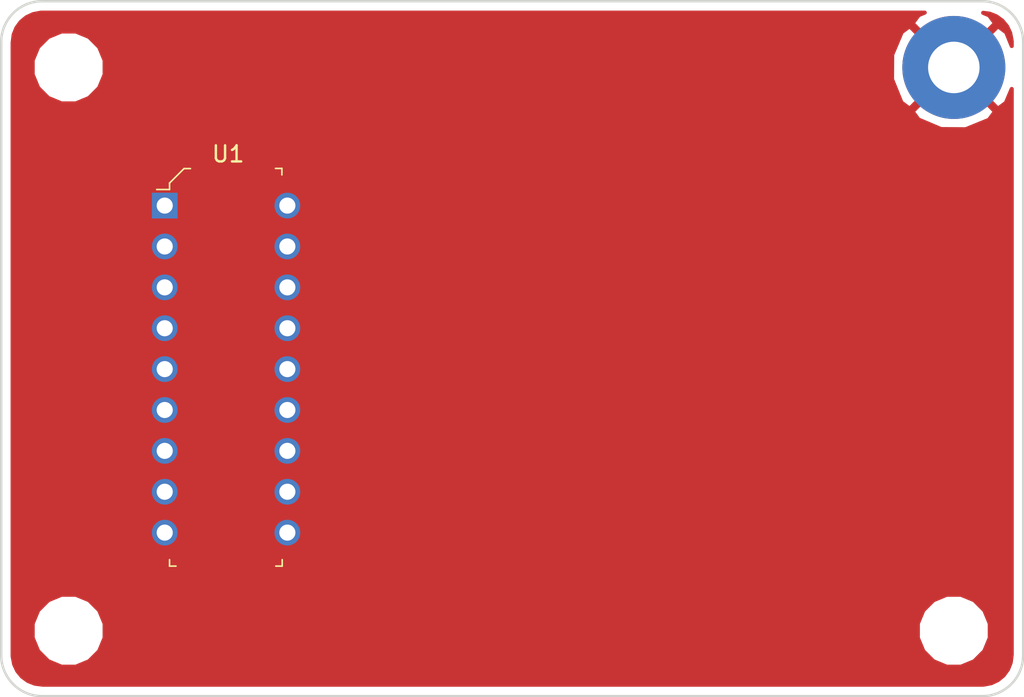
<source format=kicad_pcb>
(kicad_pcb (version 20171130) (host pcbnew "(5.0.2)-1")

  (general
    (thickness 1.6)
    (drawings 8)
    (tracks 0)
    (zones 0)
    (modules 5)
    (nets 3)
  )

  (page USLetter)
  (title_block
    (title "Halloween Controller")
    (date 2019-02-09)
    (rev 0.1)
    (company www.MarkFromSales.com)
  )

  (layers
    (0 F.Cu signal)
    (31 B.Cu signal)
    (32 B.Adhes user)
    (33 F.Adhes user)
    (34 B.Paste user)
    (35 F.Paste user)
    (36 B.SilkS user)
    (37 F.SilkS user)
    (38 B.Mask user)
    (39 F.Mask user)
    (40 Dwgs.User user)
    (41 Cmts.User user)
    (42 Eco1.User user)
    (43 Eco2.User user)
    (44 Edge.Cuts user)
    (45 Margin user)
    (46 B.CrtYd user)
    (47 F.CrtYd user)
    (48 B.Fab user hide)
    (49 F.Fab user hide)
  )

  (setup
    (last_trace_width 0.25)
    (user_trace_width 0.5)
    (trace_clearance 0.2)
    (zone_clearance 0.508)
    (zone_45_only no)
    (trace_min 0.2)
    (segment_width 0.2)
    (edge_width 0.15)
    (via_size 0.8)
    (via_drill 0.4)
    (via_min_size 0.4)
    (via_min_drill 0.3)
    (uvia_size 0.3)
    (uvia_drill 0.1)
    (uvias_allowed no)
    (uvia_min_size 0.2)
    (uvia_min_drill 0.1)
    (pcb_text_width 0.3)
    (pcb_text_size 1.5 1.5)
    (mod_edge_width 0.15)
    (mod_text_size 1 1)
    (mod_text_width 0.15)
    (pad_size 1.524 1.524)
    (pad_drill 0.762)
    (pad_to_mask_clearance 0.051)
    (solder_mask_min_width 0.25)
    (aux_axis_origin 0 0)
    (visible_elements 7FFFFFFF)
    (pcbplotparams
      (layerselection 0x010fc_ffffffff)
      (usegerberextensions false)
      (usegerberattributes false)
      (usegerberadvancedattributes false)
      (creategerberjobfile false)
      (excludeedgelayer true)
      (linewidth 0.100000)
      (plotframeref false)
      (viasonmask false)
      (mode 1)
      (useauxorigin false)
      (hpglpennumber 1)
      (hpglpenspeed 20)
      (hpglpendiameter 15.000000)
      (psnegative false)
      (psa4output false)
      (plotreference true)
      (plotvalue false)
      (plotinvisibletext false)
      (padsonsilk false)
      (subtractmaskfromsilk false)
      (outputformat 1)
      (mirror false)
      (drillshape 0)
      (scaleselection 1)
      (outputdirectory "Gerbers/"))
  )

  (net 0 "")
  (net 1 +5V)
  (net 2 GND)

  (net_class Default "This is the default net class."
    (clearance 0.2)
    (trace_width 0.25)
    (via_dia 0.8)
    (via_drill 0.4)
    (uvia_dia 0.3)
    (uvia_drill 0.1)
    (add_net GND)
  )

  (module MountingHole:MountingHole_3.2mm_M3 (layer F.Cu) (tedit 5C5F69CB) (tstamp 5C6C35E9)
    (at 105.791 62.536)
    (descr "Mounting Hole 3.2mm, no annular, M3")
    (tags "mounting hole 3.2mm no annular m3")
    (path /5C6A62FB)
    (attr virtual)
    (fp_text reference H3 (at -0.127 -0.052) (layer F.SilkS) hide
      (effects (font (size 1 1) (thickness 0.15)))
    )
    (fp_text value MountingHole (at 0 4.2) (layer F.Fab) hide
      (effects (font (size 1 1) (thickness 0.15)))
    )
    (fp_text user %R (at 0.3 0) (layer F.Fab)
      (effects (font (size 1 1) (thickness 0.15)))
    )
    (fp_circle (center 0 0) (end 3.2 0) (layer Cmts.User) (width 0.15))
    (fp_circle (center 0 0) (end 3.45 0) (layer F.CrtYd) (width 0.05))
    (pad 1 np_thru_hole circle (at 0 0) (size 3.2 3.2) (drill 3.2) (layers *.Cu *.Mask))
  )

  (module MountingHole:MountingHole_3.2mm_M3 (layer F.Cu) (tedit 5C5F7F08) (tstamp 5C6C3759)
    (at 105.791 97.536)
    (descr "Mounting Hole 3.2mm, no annular, M3")
    (tags "mounting hole 3.2mm no annular m3")
    (path /5C6A60B5)
    (attr virtual)
    (fp_text reference H1 (at -0.127 0) (layer F.SilkS) hide
      (effects (font (size 1 1) (thickness 0.15)))
    )
    (fp_text value MountingHole (at 0 4.2 180) (layer F.Fab) hide
      (effects (font (size 1 1) (thickness 0.15)))
    )
    (fp_circle (center 0 0) (end 3.45 0) (layer F.CrtYd) (width 0.05))
    (fp_circle (center 0 0) (end 3.2 0) (layer Cmts.User) (width 0.15))
    (fp_text user %R (at 0.3 0) (layer F.Fab)
      (effects (font (size 1 1) (thickness 0.15)))
    )
    (pad 1 np_thru_hole circle (at 0 0) (size 3.2 3.2) (drill 3.2) (layers *.Cu *.Mask))
  )

  (module MountingHole:MountingHole_3.2mm_M3 (layer F.Cu) (tedit 5C5F69C3) (tstamp 5C6C35E1)
    (at 160.791 97.536)
    (descr "Mounting Hole 3.2mm, no annular, M3")
    (tags "mounting hole 3.2mm no annular m3")
    (path /5C6A634D)
    (attr virtual)
    (fp_text reference H2 (at 0 0) (layer F.SilkS) hide
      (effects (font (size 1 1) (thickness 0.15)))
    )
    (fp_text value MountingHole (at 0 4.2) (layer F.Fab) hide
      (effects (font (size 1 1) (thickness 0.15)))
    )
    (fp_circle (center 0 0) (end 3.45 0) (layer F.CrtYd) (width 0.05))
    (fp_circle (center 0 0) (end 3.2 0) (layer Cmts.User) (width 0.15))
    (fp_text user %R (at 0.3 0) (layer F.Fab)
      (effects (font (size 1 1) (thickness 0.15)))
    )
    (pad 1 np_thru_hole circle (at 0 0) (size 3.2 3.2) (drill 3.2) (layers *.Cu *.Mask))
  )

  (module MountingHole:MountingHole_3.2mm_M3_Pad (layer F.Cu) (tedit 5C5F6F54) (tstamp 5C78C086)
    (at 160.791 62.536)
    (descr "Mounting Hole 3.2mm, M3")
    (tags "mounting hole 3.2mm m3")
    (path /5C6A63B7)
    (attr virtual)
    (fp_text reference H4 (at -0.009 -0.052) (layer F.SilkS) hide
      (effects (font (size 1 1) (thickness 0.15)))
    )
    (fp_text value MountingHole (at 0 4.2) (layer F.Fab)
      (effects (font (size 1 1) (thickness 0.15)))
    )
    (fp_text user %R (at 0.3 0) (layer F.Fab)
      (effects (font (size 1 1) (thickness 0.15)))
    )
    (fp_circle (center 0 0) (end 3.2 0) (layer Cmts.User) (width 0.15))
    (fp_circle (center 0 0) (end 3.45 0) (layer F.CrtYd) (width 0.05))
    (pad 1 thru_hole circle (at 0 0) (size 6.4 6.4) (drill 3.2) (layers *.Cu *.Mask)
      (net 2 GND))
  )

  (module digikey-footprints:DIP-18_W7.62mm (layer F.Cu) (tedit 596F86A9) (tstamp 5C6C64B5)
    (at 111.76 71.12)
    (descr http://www.ti.com/lit/ds/symlink/tpic6b595.pdf)
    (path /5C605F7E)
    (fp_text reference U1 (at 3.94 -3.2) (layer F.SilkS)
      (effects (font (size 1 1) (thickness 0.15)))
    )
    (fp_text value MCP23008-E_P (at 3.88 24.81) (layer F.Fab)
      (effects (font (size 1 1) (thickness 0.15)))
    )
    (fp_line (start 1.6 -2.3) (end 1.2 -2.3) (layer F.SilkS) (width 0.1))
    (fp_line (start 1.2 -2.3) (end 0.3 -1.4) (layer F.SilkS) (width 0.1))
    (fp_line (start 0.3 -1.4) (end 0.3 -1) (layer F.SilkS) (width 0.1))
    (fp_line (start 0.3 -1) (end -0.5 -1) (layer F.SilkS) (width 0.1))
    (fp_line (start 8.67 -2.35) (end 8.67 -2.25) (layer F.CrtYd) (width 0.05))
    (fp_line (start -1.05 -2.35) (end -1.05 -2.25) (layer F.CrtYd) (width 0.05))
    (fp_line (start -1.05 22.45) (end 8.67 22.45) (layer F.CrtYd) (width 0.05))
    (fp_line (start 6.9 22.4) (end 7.3 22.4) (layer F.SilkS) (width 0.1))
    (fp_line (start 7.3 22.4) (end 7.3 22) (layer F.SilkS) (width 0.1))
    (fp_line (start 0.3 22) (end 0.3 22.4) (layer F.SilkS) (width 0.1))
    (fp_line (start 0.3 22.4) (end 0.7 22.4) (layer F.SilkS) (width 0.1))
    (fp_line (start 0.48 22.2) (end 7.08 22.2) (layer F.Fab) (width 0.1))
    (fp_text user REF** (at 3.84 7.67) (layer F.Fab)
      (effects (font (size 1 1) (thickness 0.1)))
    )
    (fp_line (start -1.05 -2.35) (end 8.67 -2.35) (layer F.CrtYd) (width 0.05))
    (fp_line (start 8.67 22.45) (end 8.67 -2.25) (layer F.CrtYd) (width 0.05))
    (fp_line (start -1.05 -2.25) (end -1.05 22.45) (layer F.CrtYd) (width 0.05))
    (fp_line (start 7.28 -1.91) (end 7.28 -2.31) (layer F.SilkS) (width 0.1))
    (fp_line (start 7.28 -2.31) (end 6.88 -2.31) (layer F.SilkS) (width 0.1))
    (fp_line (start 0.48 -1.2) (end 0.48 22.2) (layer F.Fab) (width 0.1))
    (fp_line (start 1.38 -2.1) (end 7.08 -2.1) (layer F.Fab) (width 0.1))
    (fp_line (start 0.48 -1.2) (end 1.38 -2.1) (layer F.Fab) (width 0.1))
    (fp_line (start 7.08 -2.1) (end 7.08 22.2) (layer F.Fab) (width 0.1))
    (pad 1 thru_hole rect (at 0 0) (size 1.6 1.6) (drill 1) (layers *.Cu *.Mask))
    (pad 2 thru_hole circle (at 0 2.54) (size 1.6 1.6) (drill 1) (layers *.Cu *.Mask))
    (pad 3 thru_hole circle (at 0 5.08) (size 1.6 1.6) (drill 1) (layers *.Cu *.Mask))
    (pad 4 thru_hole circle (at 0 7.62) (size 1.6 1.6) (drill 1) (layers *.Cu *.Mask))
    (pad 5 thru_hole circle (at 0 10.16) (size 1.6 1.6) (drill 1) (layers *.Cu *.Mask))
    (pad 6 thru_hole circle (at 0 12.7) (size 1.6 1.6) (drill 1) (layers *.Cu *.Mask))
    (pad 7 thru_hole circle (at 0 15.24) (size 1.6 1.6) (drill 1) (layers *.Cu *.Mask))
    (pad 12 thru_hole circle (at 7.62 15.24) (size 1.6 1.6) (drill 1) (layers *.Cu *.Mask))
    (pad 13 thru_hole circle (at 7.62 12.7) (size 1.6 1.6) (drill 1) (layers *.Cu *.Mask))
    (pad 14 thru_hole circle (at 7.62 10.16) (size 1.6 1.6) (drill 1) (layers *.Cu *.Mask))
    (pad 15 thru_hole circle (at 7.62 7.62) (size 1.6 1.6) (drill 1) (layers *.Cu *.Mask))
    (pad 16 thru_hole circle (at 7.62 5.08) (size 1.6 1.6) (drill 1) (layers *.Cu *.Mask))
    (pad 17 thru_hole circle (at 7.62 2.54) (size 1.6 1.6) (drill 1) (layers *.Cu *.Mask))
    (pad 18 thru_hole circle (at 7.62 0) (size 1.6 1.6) (drill 1) (layers *.Cu *.Mask))
    (pad 8 thru_hole circle (at 0 17.78) (size 1.6 1.6) (drill 1) (layers *.Cu *.Mask))
    (pad 11 thru_hole circle (at 7.62 17.78) (size 1.6 1.6) (drill 1) (layers *.Cu *.Mask))
    (pad 9 thru_hole circle (at 0 20.32) (size 1.6 1.6) (drill 1) (layers *.Cu *.Mask))
    (pad 10 thru_hole circle (at 7.62 20.32) (size 1.6 1.6) (drill 1) (layers *.Cu *.Mask))
  )

  (gr_arc (start 162.56 60.96) (end 165.1 60.96) (angle -90) (layer Edge.Cuts) (width 0.15) (tstamp 5C5F6880))
  (gr_arc (start 162.56 99.06) (end 162.56 101.6) (angle -90) (layer Edge.Cuts) (width 0.15) (tstamp 5C5F686F))
  (gr_arc (start 104.14 99.06) (end 101.6 99.06) (angle -90) (layer Edge.Cuts) (width 0.15) (tstamp 5C5F6862))
  (gr_arc (start 104.14 60.96) (end 104.14 58.42) (angle -90) (layer Edge.Cuts) (width 0.15))
  (gr_line (start 165.1 60.96) (end 165.1 99.06) (layer Edge.Cuts) (width 0.15))
  (gr_line (start 104.14 58.42) (end 162.56 58.42) (layer Edge.Cuts) (width 0.15))
  (gr_line (start 101.6 99.06) (end 101.6 60.96) (layer Edge.Cuts) (width 0.15))
  (gr_line (start 104.14 101.6) (end 162.56 101.6) (layer Edge.Cuts) (width 0.15))

  (zone (net 2) (net_name GND) (layer F.Cu) (tstamp 5C78E50A) (hatch edge 0.508)
    (connect_pads (clearance 0.508))
    (min_thickness 0.254)
    (fill yes (arc_segments 16) (thermal_gap 0.508) (thermal_bridge_width 0.508))
    (polygon
      (pts
        (xy 101.6 60.96) (xy 101.854 59.944) (xy 102.362 59.182) (xy 103.124 58.674) (xy 104.14 58.42)
        (xy 162.56 58.42) (xy 163.576 58.674) (xy 164.338 59.182) (xy 164.846 59.944) (xy 165.1 60.96)
        (xy 165.1 99.314) (xy 164.846 100.33) (xy 164.084 101.092) (xy 163.068 101.6) (xy 162.306 101.6)
        (xy 104.14 101.6) (xy 103.124 101.346) (xy 102.108 100.584) (xy 101.6 99.568) (xy 101.6 99.06)
      )
    )
    (filled_polygon
      (pts
        (xy 158.640754 59.270181) (xy 158.59664 59.299657) (xy 158.229695 59.79509) (xy 160.791 62.356395) (xy 163.352305 59.79509)
        (xy 162.98536 59.299657) (xy 162.612614 59.142289) (xy 163.013698 59.192958) (xy 163.438893 59.361305) (xy 163.808858 59.630101)
        (xy 164.100356 59.982462) (xy 164.295067 60.396244) (xy 164.387093 60.878662) (xy 164.39 60.971164) (xy 164.39 61.205817)
        (xy 164.056819 60.385754) (xy 164.027343 60.34164) (xy 163.53191 59.974695) (xy 160.970605 62.536) (xy 163.53191 65.097305)
        (xy 164.027343 64.73036) (xy 164.39 63.871358) (xy 164.390001 99.015326) (xy 164.327042 99.513699) (xy 164.158697 99.938889)
        (xy 163.889899 100.308859) (xy 163.537541 100.600355) (xy 163.123756 100.795067) (xy 162.641339 100.887093) (xy 162.548836 100.89)
        (xy 104.184667 100.89) (xy 103.686301 100.827042) (xy 103.261111 100.658697) (xy 102.891141 100.389899) (xy 102.599645 100.037541)
        (xy 102.404933 99.623756) (xy 102.312907 99.141339) (xy 102.31 99.048836) (xy 102.31 97.091431) (xy 103.556 97.091431)
        (xy 103.556 97.980569) (xy 103.896259 98.802026) (xy 104.524974 99.430741) (xy 105.346431 99.771) (xy 106.235569 99.771)
        (xy 107.057026 99.430741) (xy 107.685741 98.802026) (xy 108.026 97.980569) (xy 108.026 97.091431) (xy 158.556 97.091431)
        (xy 158.556 97.980569) (xy 158.896259 98.802026) (xy 159.524974 99.430741) (xy 160.346431 99.771) (xy 161.235569 99.771)
        (xy 162.057026 99.430741) (xy 162.685741 98.802026) (xy 163.026 97.980569) (xy 163.026 97.091431) (xy 162.685741 96.269974)
        (xy 162.057026 95.641259) (xy 161.235569 95.301) (xy 160.346431 95.301) (xy 159.524974 95.641259) (xy 158.896259 96.269974)
        (xy 158.556 97.091431) (xy 108.026 97.091431) (xy 107.685741 96.269974) (xy 107.057026 95.641259) (xy 106.235569 95.301)
        (xy 105.346431 95.301) (xy 104.524974 95.641259) (xy 103.896259 96.269974) (xy 103.556 97.091431) (xy 102.31 97.091431)
        (xy 102.31 65.27691) (xy 158.229695 65.27691) (xy 158.59664 65.772343) (xy 160.002171 66.365736) (xy 161.527793 66.376087)
        (xy 162.941246 65.801819) (xy 162.98536 65.772343) (xy 163.352305 65.27691) (xy 160.791 62.715605) (xy 158.229695 65.27691)
        (xy 102.31 65.27691) (xy 102.31 62.091431) (xy 103.556 62.091431) (xy 103.556 62.980569) (xy 103.896259 63.802026)
        (xy 104.524974 64.430741) (xy 105.346431 64.771) (xy 106.235569 64.771) (xy 107.057026 64.430741) (xy 107.685741 63.802026)
        (xy 107.904956 63.272793) (xy 156.950913 63.272793) (xy 157.525181 64.686246) (xy 157.554657 64.73036) (xy 158.05009 65.097305)
        (xy 160.611395 62.536) (xy 158.05009 59.974695) (xy 157.554657 60.34164) (xy 156.961264 61.747171) (xy 156.950913 63.272793)
        (xy 107.904956 63.272793) (xy 108.026 62.980569) (xy 108.026 62.091431) (xy 107.685741 61.269974) (xy 107.057026 60.641259)
        (xy 106.235569 60.301) (xy 105.346431 60.301) (xy 104.524974 60.641259) (xy 103.896259 61.269974) (xy 103.556 62.091431)
        (xy 102.31 62.091431) (xy 102.31 61.004666) (xy 102.372958 60.506302) (xy 102.541305 60.081107) (xy 102.810101 59.711142)
        (xy 103.162462 59.419644) (xy 103.576244 59.224933) (xy 104.058662 59.132907) (xy 104.151164 59.13) (xy 158.985783 59.13)
      )
    )
  )
  (zone (net 1) (net_name +5V) (layer B.Cu) (tstamp 5C78E507) (hatch edge 0.508)
    (connect_pads (clearance 0.508))
    (min_thickness 0.254)
    (fill yes (arc_segments 16) (thermal_gap 0.508) (thermal_bridge_width 0.508))
    (polygon
      (pts
        (xy 101.6 60.96) (xy 101.854 59.944) (xy 102.362 59.182) (xy 103.124 58.674) (xy 104.14 58.42)
        (xy 162.56 58.42) (xy 163.576 58.674) (xy 164.338 59.182) (xy 164.846 59.944) (xy 165.1 60.96)
        (xy 165.1 99.314) (xy 164.846 100.33) (xy 164.084 101.092) (xy 163.068 101.6) (xy 162.306 101.6)
        (xy 104.14 101.6) (xy 103.124 101.346) (xy 102.108 100.584) (xy 101.6 99.568) (xy 101.6 99.06)
      )
    )
  )
)

</source>
